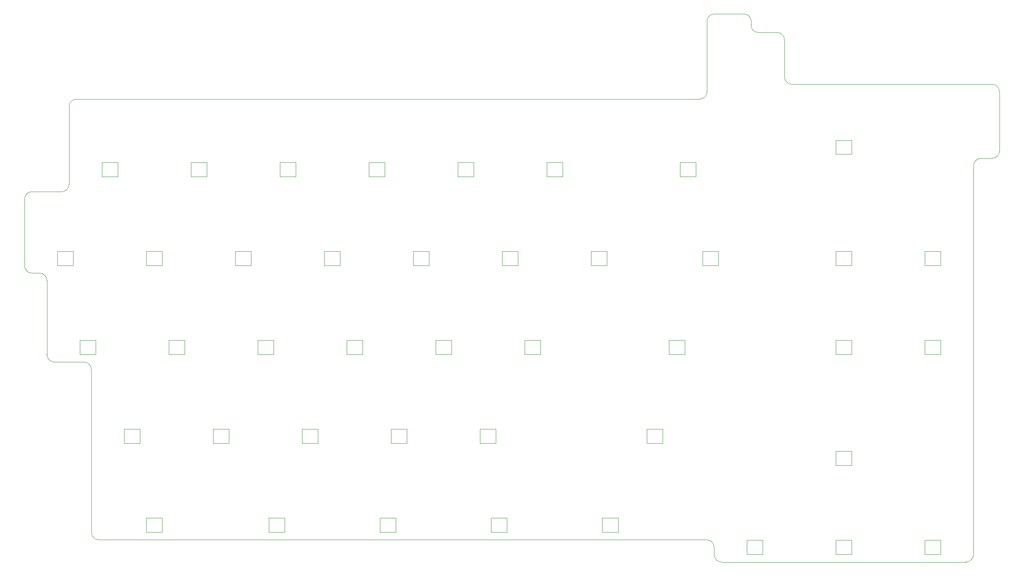
<source format=gm1>
%TF.GenerationSoftware,KiCad,Pcbnew,(6.0.5)*%
%TF.CreationDate,2022-07-14T01:36:57-06:00*%
%TF.ProjectId,kb_right,6b625f72-6967-4687-942e-6b696361645f,rev?*%
%TF.SameCoordinates,Original*%
%TF.FileFunction,Profile,NP*%
%FSLAX46Y46*%
G04 Gerber Fmt 4.6, Leading zero omitted, Abs format (unit mm)*
G04 Created by KiCad (PCBNEW (6.0.5)) date 2022-07-14 01:36:57*
%MOMM*%
%LPD*%
G01*
G04 APERTURE LIST*
%TA.AperFunction,Profile*%
%ADD10C,0.100000*%
%TD*%
%TA.AperFunction,Profile*%
%ADD11C,0.120000*%
%TD*%
G04 APERTURE END LIST*
D10*
X48101250Y-74041000D02*
X41751250Y-74041000D01*
X40163750Y-75628500D02*
X40163750Y-89916000D01*
X241776248Y-153415952D02*
G75*
G03*
X243363750Y-151828500I-52148J1639652D01*
G01*
X195738750Y-38322250D02*
X195738750Y-37528500D01*
X48101250Y-74041051D02*
G75*
G03*
X49688750Y-72453500I6250J1581251D01*
G01*
X54451300Y-147066000D02*
G75*
G03*
X56038750Y-148653500I1599600J12100D01*
G01*
X44926250Y-93091000D02*
X44926250Y-108966000D01*
X202882450Y-49434751D02*
G75*
G03*
X204470000Y-51022250I1579250J-8249D01*
G01*
X54451250Y-112141000D02*
X54451250Y-147066000D01*
X247332499Y-66897301D02*
G75*
G03*
X248920000Y-65309750I27301J1560201D01*
G01*
X41751250Y-91503500D02*
X43338750Y-91503500D01*
X189388750Y-153416000D02*
X241776250Y-153416000D01*
X187810059Y-35941048D02*
G75*
G03*
X186309000Y-37528500I47741J-1548552D01*
G01*
X51276250Y-54197251D02*
G75*
G03*
X49688751Y-55784750I11300J-1598799D01*
G01*
X44926298Y-108965998D02*
G75*
G03*
X46513750Y-110553500I1658802J71298D01*
G01*
X44926301Y-93091002D02*
G75*
G03*
X43338750Y-91503500I-1538701J48802D01*
G01*
X187801250Y-150241000D02*
X187801250Y-151828500D01*
X184658001Y-54197230D02*
G75*
G03*
X186309000Y-52609750I65999J1583630D01*
G01*
X187810058Y-35941000D02*
X194151250Y-35941000D01*
X248920000Y-65309750D02*
X248920000Y-52609750D01*
X187801299Y-151828499D02*
G75*
G03*
X189388750Y-153416000I1613901J26399D01*
G01*
X40163801Y-89916001D02*
G75*
G03*
X41751250Y-91503500I1561699J-25799D01*
G01*
X247332500Y-51022250D02*
X204470000Y-51022250D01*
X41751251Y-74040950D02*
G75*
G03*
X40163750Y-75628500I-28451J-1559050D01*
G01*
X186309000Y-52609750D02*
X186309000Y-37528500D01*
X187801301Y-150241001D02*
G75*
G03*
X186213750Y-148653500I-1548601J38901D01*
G01*
X195738751Y-38322250D02*
G75*
G03*
X197326250Y-39909749I1508249J-79250D01*
G01*
X248920050Y-52609750D02*
G75*
G03*
X247332500Y-51022250I-1589650J-2150D01*
G01*
X201295000Y-39909750D02*
X197326250Y-39909750D01*
X202882551Y-41497251D02*
G75*
G03*
X201295000Y-39909750I-1556251J31251D01*
G01*
X49688750Y-55784750D02*
X49688750Y-72453500D01*
X244951250Y-66897250D02*
G75*
G03*
X243363750Y-68484750I29750J-1617250D01*
G01*
X46513750Y-110553500D02*
X52863750Y-110553500D01*
X56038750Y-148653500D02*
X186213750Y-148653500D01*
X202882500Y-49434750D02*
X202882500Y-41497250D01*
X195738800Y-37528501D02*
G75*
G03*
X194151250Y-35941000I-1569700J17801D01*
G01*
X51276250Y-54197250D02*
X184658000Y-54197250D01*
X54451198Y-112140999D02*
G75*
G03*
X52863750Y-110553501I-1568998J18499D01*
G01*
X243363750Y-151828500D02*
X243363750Y-68484750D01*
X244951250Y-66897250D02*
X247332500Y-66897250D01*
D11*
%TO.C,D110*%
X66245000Y-86828500D02*
X66245000Y-89828500D01*
X66245000Y-89828500D02*
X69645000Y-89828500D01*
X69645000Y-86828500D02*
X66245000Y-86828500D01*
X69645000Y-89828500D02*
X69645000Y-86828500D01*
%TO.C,D125*%
X178163750Y-105878500D02*
X178163750Y-108878500D01*
X181563750Y-105878500D02*
X178163750Y-105878500D01*
X181563750Y-108878500D02*
X181563750Y-105878500D01*
X178163750Y-108878500D02*
X181563750Y-108878500D01*
%TO.C,D138*%
X140063750Y-146978500D02*
X143463750Y-146978500D01*
X143463750Y-143978500D02*
X140063750Y-143978500D01*
X140063750Y-143978500D02*
X140063750Y-146978500D01*
X143463750Y-146978500D02*
X143463750Y-143978500D01*
%TO.C,D113*%
X123395000Y-89828500D02*
X126795000Y-89828500D01*
X126795000Y-89828500D02*
X126795000Y-86828500D01*
X126795000Y-86828500D02*
X123395000Y-86828500D01*
X123395000Y-86828500D02*
X123395000Y-89828500D01*
%TO.C,D111*%
X85295000Y-89828500D02*
X88695000Y-89828500D01*
X88695000Y-89828500D02*
X88695000Y-86828500D01*
X88695000Y-86828500D02*
X85295000Y-86828500D01*
X85295000Y-86828500D02*
X85295000Y-89828500D01*
%TO.C,D128*%
X64882500Y-127928500D02*
X64882500Y-124928500D01*
X64882500Y-124928500D02*
X61482500Y-124928500D01*
X61482500Y-124928500D02*
X61482500Y-127928500D01*
X61482500Y-127928500D02*
X64882500Y-127928500D01*
%TO.C,D115*%
X161495000Y-89828500D02*
X164895000Y-89828500D01*
X164895000Y-89828500D02*
X164895000Y-86828500D01*
X164895000Y-86828500D02*
X161495000Y-86828500D01*
X161495000Y-86828500D02*
X161495000Y-89828500D01*
%TO.C,D136*%
X95838750Y-143978500D02*
X92438750Y-143978500D01*
X92438750Y-146978500D02*
X95838750Y-146978500D01*
X95838750Y-146978500D02*
X95838750Y-143978500D01*
X92438750Y-143978500D02*
X92438750Y-146978500D01*
%TO.C,D140*%
X198232500Y-148741000D02*
X194832500Y-148741000D01*
X194832500Y-148741000D02*
X194832500Y-151741000D01*
X194832500Y-151741000D02*
X198232500Y-151741000D01*
X198232500Y-151741000D02*
X198232500Y-148741000D01*
%TO.C,D104*%
X117270000Y-70778500D02*
X117270000Y-67778500D01*
X113870000Y-70778500D02*
X117270000Y-70778500D01*
X113870000Y-67778500D02*
X113870000Y-70778500D01*
X117270000Y-67778500D02*
X113870000Y-67778500D01*
%TO.C,D114*%
X142445000Y-86828500D02*
X142445000Y-89828500D01*
X145845000Y-89828500D02*
X145845000Y-86828500D01*
X142445000Y-89828500D02*
X145845000Y-89828500D01*
X145845000Y-86828500D02*
X142445000Y-86828500D01*
%TO.C,D135*%
X66245000Y-146978500D02*
X69645000Y-146978500D01*
X66245000Y-143978500D02*
X66245000Y-146978500D01*
X69645000Y-143978500D02*
X66245000Y-143978500D01*
X69645000Y-146978500D02*
X69645000Y-143978500D01*
%TO.C,D120*%
X74407500Y-108878500D02*
X74407500Y-105878500D01*
X71007500Y-108878500D02*
X74407500Y-108878500D01*
X74407500Y-105878500D02*
X71007500Y-105878500D01*
X71007500Y-105878500D02*
X71007500Y-108878500D01*
%TO.C,D126*%
X213882500Y-108878500D02*
X217282500Y-108878500D01*
X217282500Y-105878500D02*
X213882500Y-105878500D01*
X213882500Y-105878500D02*
X213882500Y-108878500D01*
X217282500Y-108878500D02*
X217282500Y-105878500D01*
%TO.C,D122*%
X112507500Y-108878500D02*
X112507500Y-105878500D01*
X109107500Y-105878500D02*
X109107500Y-108878500D01*
X112507500Y-105878500D02*
X109107500Y-105878500D01*
X109107500Y-108878500D02*
X112507500Y-108878500D01*
%TO.C,D129*%
X80532500Y-124928500D02*
X80532500Y-127928500D01*
X83932500Y-127928500D02*
X83932500Y-124928500D01*
X83932500Y-124928500D02*
X80532500Y-124928500D01*
X80532500Y-127928500D02*
X83932500Y-127928500D01*
%TO.C,D112*%
X104345000Y-89828500D02*
X107745000Y-89828500D01*
X107745000Y-86828500D02*
X104345000Y-86828500D01*
X107745000Y-89828500D02*
X107745000Y-86828500D01*
X104345000Y-86828500D02*
X104345000Y-89828500D01*
%TO.C,D141*%
X217282500Y-148741000D02*
X213882500Y-148741000D01*
X213882500Y-148741000D02*
X213882500Y-151741000D01*
X217282500Y-151741000D02*
X217282500Y-148741000D01*
X213882500Y-151741000D02*
X217282500Y-151741000D01*
%TO.C,D131*%
X122032500Y-127928500D02*
X122032500Y-124928500D01*
X122032500Y-124928500D02*
X118632500Y-124928500D01*
X118632500Y-127928500D02*
X122032500Y-127928500D01*
X118632500Y-124928500D02*
X118632500Y-127928500D01*
%TO.C,D105*%
X132920000Y-67778500D02*
X132920000Y-70778500D01*
X132920000Y-70778500D02*
X136320000Y-70778500D01*
X136320000Y-70778500D02*
X136320000Y-67778500D01*
X136320000Y-67778500D02*
X132920000Y-67778500D01*
%TO.C,D119*%
X55357500Y-108878500D02*
X55357500Y-105878500D01*
X51957500Y-105878500D02*
X51957500Y-108878500D01*
X51957500Y-108878500D02*
X55357500Y-108878500D01*
X55357500Y-105878500D02*
X51957500Y-105878500D01*
%TO.C,D130*%
X102982500Y-124928500D02*
X99582500Y-124928500D01*
X102982500Y-127928500D02*
X102982500Y-124928500D01*
X99582500Y-124928500D02*
X99582500Y-127928500D01*
X99582500Y-127928500D02*
X102982500Y-127928500D01*
%TO.C,D108*%
X213882500Y-66016000D02*
X217282500Y-66016000D01*
X213882500Y-63016000D02*
X213882500Y-66016000D01*
X217282500Y-66016000D02*
X217282500Y-63016000D01*
X217282500Y-63016000D02*
X213882500Y-63016000D01*
%TO.C,D132*%
X137682500Y-127928500D02*
X141082500Y-127928500D01*
X141082500Y-127928500D02*
X141082500Y-124928500D01*
X141082500Y-124928500D02*
X137682500Y-124928500D01*
X137682500Y-124928500D02*
X137682500Y-127928500D01*
%TO.C,D109*%
X47195000Y-86828500D02*
X47195000Y-89828500D01*
X50595000Y-86828500D02*
X47195000Y-86828500D01*
X47195000Y-89828500D02*
X50595000Y-89828500D01*
X50595000Y-89828500D02*
X50595000Y-86828500D01*
%TO.C,D124*%
X147207500Y-108878500D02*
X150607500Y-108878500D01*
X150607500Y-105878500D02*
X147207500Y-105878500D01*
X147207500Y-105878500D02*
X147207500Y-108878500D01*
X150607500Y-108878500D02*
X150607500Y-105878500D01*
%TO.C,D121*%
X93457500Y-105878500D02*
X90057500Y-105878500D01*
X90057500Y-105878500D02*
X90057500Y-108878500D01*
X93457500Y-108878500D02*
X93457500Y-105878500D01*
X90057500Y-108878500D02*
X93457500Y-108878500D01*
%TO.C,D101*%
X56720000Y-67778500D02*
X56720000Y-70778500D01*
X56720000Y-70778500D02*
X60120000Y-70778500D01*
X60120000Y-70778500D02*
X60120000Y-67778500D01*
X60120000Y-67778500D02*
X56720000Y-67778500D01*
%TO.C,D102*%
X79170000Y-67778500D02*
X75770000Y-67778500D01*
X75770000Y-70778500D02*
X79170000Y-70778500D01*
X79170000Y-70778500D02*
X79170000Y-67778500D01*
X75770000Y-67778500D02*
X75770000Y-70778500D01*
%TO.C,D103*%
X94820000Y-70778500D02*
X98220000Y-70778500D01*
X98220000Y-67778500D02*
X94820000Y-67778500D01*
X98220000Y-70778500D02*
X98220000Y-67778500D01*
X94820000Y-67778500D02*
X94820000Y-70778500D01*
%TO.C,D137*%
X116251250Y-143978500D02*
X116251250Y-146978500D01*
X119651250Y-146978500D02*
X119651250Y-143978500D01*
X116251250Y-146978500D02*
X119651250Y-146978500D01*
X119651250Y-143978500D02*
X116251250Y-143978500D01*
%TO.C,D117*%
X217282500Y-89828500D02*
X217282500Y-86828500D01*
X217282500Y-86828500D02*
X213882500Y-86828500D01*
X213882500Y-89828500D02*
X217282500Y-89828500D01*
X213882500Y-86828500D02*
X213882500Y-89828500D01*
%TO.C,D118*%
X236332500Y-86828500D02*
X232932500Y-86828500D01*
X232932500Y-86828500D02*
X232932500Y-89828500D01*
X232932500Y-89828500D02*
X236332500Y-89828500D01*
X236332500Y-89828500D02*
X236332500Y-86828500D01*
%TO.C,D106*%
X151970000Y-70778500D02*
X155370000Y-70778500D01*
X155370000Y-70778500D02*
X155370000Y-67778500D01*
X151970000Y-67778500D02*
X151970000Y-70778500D01*
X155370000Y-67778500D02*
X151970000Y-67778500D01*
%TO.C,D123*%
X131557500Y-105878500D02*
X128157500Y-105878500D01*
X131557500Y-108878500D02*
X131557500Y-105878500D01*
X128157500Y-105878500D02*
X128157500Y-108878500D01*
X128157500Y-108878500D02*
X131557500Y-108878500D01*
%TO.C,D107*%
X180545000Y-70778500D02*
X183945000Y-70778500D01*
X180545000Y-67778500D02*
X180545000Y-70778500D01*
X183945000Y-67778500D02*
X180545000Y-67778500D01*
X183945000Y-70778500D02*
X183945000Y-67778500D01*
%TO.C,D134*%
X217282500Y-129691000D02*
X213882500Y-129691000D01*
X213882500Y-132691000D02*
X217282500Y-132691000D01*
X217282500Y-132691000D02*
X217282500Y-129691000D01*
X213882500Y-129691000D02*
X213882500Y-132691000D01*
%TO.C,D139*%
X167276250Y-146978500D02*
X167276250Y-143978500D01*
X163876250Y-143978500D02*
X163876250Y-146978500D01*
X163876250Y-146978500D02*
X167276250Y-146978500D01*
X167276250Y-143978500D02*
X163876250Y-143978500D01*
%TO.C,D127*%
X232932500Y-108878500D02*
X236332500Y-108878500D01*
X236332500Y-105878500D02*
X232932500Y-105878500D01*
X232932500Y-105878500D02*
X232932500Y-108878500D01*
X236332500Y-108878500D02*
X236332500Y-105878500D01*
%TO.C,D116*%
X185307500Y-89828500D02*
X188707500Y-89828500D01*
X185307500Y-86828500D02*
X185307500Y-89828500D01*
X188707500Y-86828500D02*
X185307500Y-86828500D01*
X188707500Y-89828500D02*
X188707500Y-86828500D01*
%TO.C,D142*%
X236332500Y-151741000D02*
X236332500Y-148741000D01*
X232932500Y-148741000D02*
X232932500Y-151741000D01*
X236332500Y-148741000D02*
X232932500Y-148741000D01*
X232932500Y-151741000D02*
X236332500Y-151741000D01*
%TO.C,D133*%
X173401250Y-127928500D02*
X176801250Y-127928500D01*
X176801250Y-127928500D02*
X176801250Y-124928500D01*
X176801250Y-124928500D02*
X173401250Y-124928500D01*
X173401250Y-124928500D02*
X173401250Y-127928500D01*
%TD*%
M02*

</source>
